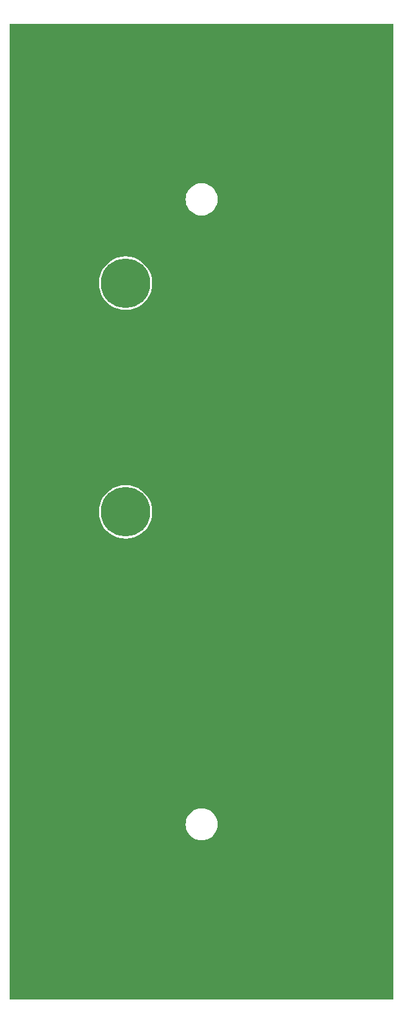
<source format=gtl>
G04 start of page 2 for group 0 idx 0 *
G04 Title: 31.001.00.01.01.pcb, top *
G04 Creator: pcb 4.2.2 *
G04 CreationDate: Sun Jan  3 11:16:11 2021 UTC *
G04 For: bert *
G04 Format: Gerber/RS-274X *
G04 PCB-Dimensions (mil): 3937.01 5905.51 *
G04 PCB-Coordinate-Origin: lower left *
%MOIN*%
%FSLAX25Y25*%
%LNGTL*%
%ADD15C,0.1102*%
%ADD14C,0.1457*%
%ADD13C,0.2559*%
%ADD12C,0.1968*%
%ADD11C,0.0001*%
G54D11*G36*
X138767Y551181D02*X238189D01*
Y47244D01*
X138767D01*
Y129487D01*
X138780Y129486D01*
X140079Y129589D01*
X141347Y129893D01*
X142552Y130392D01*
X143663Y131073D01*
X144655Y131920D01*
X145502Y132911D01*
X146183Y134023D01*
X146682Y135228D01*
X146986Y136495D01*
X147063Y137795D01*
X146986Y139095D01*
X146682Y140363D01*
X146183Y141568D01*
X145502Y142679D01*
X144655Y143671D01*
X143663Y144517D01*
X142552Y145199D01*
X141347Y145698D01*
X140079Y146002D01*
X138780Y146104D01*
X138767Y146103D01*
Y452322D01*
X138780Y452321D01*
X140079Y452423D01*
X141347Y452728D01*
X142552Y453227D01*
X143663Y453908D01*
X144655Y454755D01*
X145502Y455746D01*
X146183Y456858D01*
X146682Y458062D01*
X146986Y459330D01*
X147063Y460630D01*
X146986Y461930D01*
X146682Y463198D01*
X146183Y464402D01*
X145502Y465514D01*
X144655Y466505D01*
X143663Y467352D01*
X142552Y468033D01*
X141347Y468532D01*
X140079Y468837D01*
X138780Y468939D01*
X138767Y468938D01*
Y551181D01*
G37*
G36*
X99388D02*X138767D01*
Y468938D01*
X137480Y468837D01*
X136212Y468532D01*
X135007Y468033D01*
X133896Y467352D01*
X132904Y466505D01*
X132057Y465514D01*
X131376Y464402D01*
X130877Y463198D01*
X130573Y461930D01*
X130470Y460630D01*
X130573Y459330D01*
X130877Y458062D01*
X131376Y456858D01*
X132057Y455746D01*
X132904Y454755D01*
X133896Y453908D01*
X135007Y453227D01*
X136212Y452728D01*
X137480Y452423D01*
X138767Y452322D01*
Y146103D01*
X137480Y146002D01*
X136212Y145698D01*
X135007Y145199D01*
X133896Y144517D01*
X132904Y143671D01*
X132057Y142679D01*
X131376Y141568D01*
X130877Y140363D01*
X130573Y139095D01*
X130470Y137795D01*
X130573Y136495D01*
X130877Y135228D01*
X131376Y134023D01*
X132057Y132911D01*
X132904Y131920D01*
X133896Y131073D01*
X135007Y130392D01*
X136212Y129893D01*
X137480Y129589D01*
X138767Y129487D01*
Y47244D01*
X99388D01*
Y285376D01*
X99409Y285375D01*
X101574Y285545D01*
X103686Y286052D01*
X105692Y286883D01*
X107543Y288017D01*
X109194Y289428D01*
X110605Y291079D01*
X111739Y292930D01*
X112570Y294936D01*
X113077Y297048D01*
X113205Y299213D01*
X113077Y301377D01*
X112570Y303489D01*
X111739Y305495D01*
X110605Y307346D01*
X109194Y308998D01*
X107543Y310408D01*
X105692Y311542D01*
X103686Y312373D01*
X101574Y312880D01*
X99409Y313051D01*
X99388Y313049D01*
Y403486D01*
X99409Y403485D01*
X101574Y403655D01*
X103686Y404162D01*
X105692Y404993D01*
X107543Y406128D01*
X109194Y407538D01*
X110605Y409189D01*
X111739Y411040D01*
X112570Y413047D01*
X113077Y415158D01*
X113205Y417323D01*
X113077Y419488D01*
X112570Y421599D01*
X111739Y423605D01*
X110605Y425457D01*
X109194Y427108D01*
X107543Y428518D01*
X105692Y429653D01*
X103686Y430484D01*
X101574Y430991D01*
X99409Y431161D01*
X99388Y431159D01*
Y551181D01*
G37*
G36*
X39370Y47244D02*Y551181D01*
X99388D01*
Y431159D01*
X97245Y430991D01*
X95133Y430484D01*
X93127Y429653D01*
X91276Y428518D01*
X89624Y427108D01*
X88214Y425457D01*
X87080Y423605D01*
X86249Y421599D01*
X85742Y419488D01*
X85571Y417323D01*
X85742Y415158D01*
X86249Y413047D01*
X87080Y411040D01*
X88214Y409189D01*
X89624Y407538D01*
X91276Y406128D01*
X93127Y404993D01*
X95133Y404162D01*
X97245Y403655D01*
X99388Y403486D01*
Y313049D01*
X97245Y312880D01*
X95133Y312373D01*
X93127Y311542D01*
X91276Y310408D01*
X89624Y308998D01*
X88214Y307346D01*
X87080Y305495D01*
X86249Y303489D01*
X85742Y301377D01*
X85571Y299213D01*
X85742Y297048D01*
X86249Y294936D01*
X87080Y292930D01*
X88214Y291079D01*
X89624Y289428D01*
X91276Y288017D01*
X93127Y286883D01*
X95133Y286052D01*
X97245Y285545D01*
X99388Y285376D01*
Y47244D01*
X39370D01*
G37*
G54D12*X59055Y59055D03*
G54D13*X99409Y299213D03*
Y417323D03*
G54D12*X59055Y539370D03*
X218504D03*
Y59055D03*
G54D14*G54D15*G54D13*G54D14*G54D15*M02*

</source>
